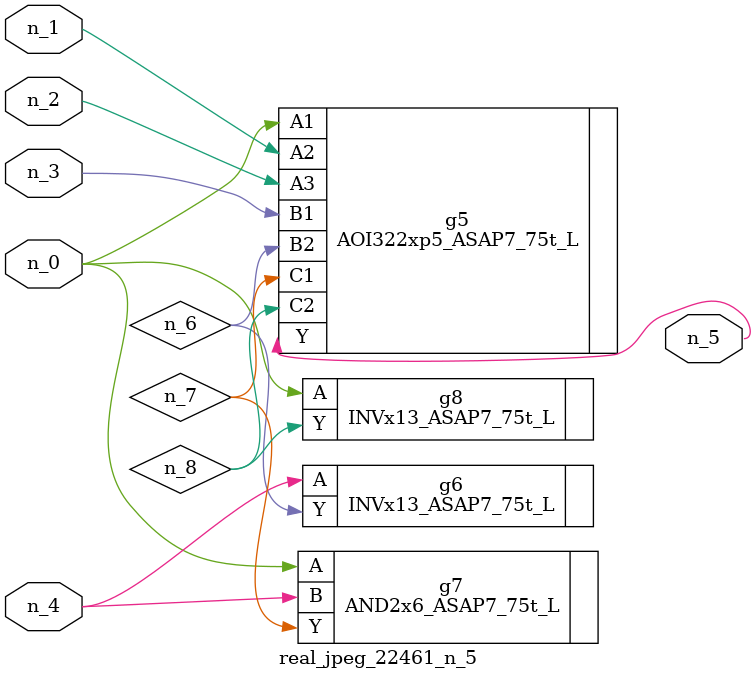
<source format=v>
module real_jpeg_22461_n_5 (n_4, n_0, n_1, n_2, n_3, n_5);

input n_4;
input n_0;
input n_1;
input n_2;
input n_3;

output n_5;

wire n_8;
wire n_6;
wire n_7;

AOI322xp5_ASAP7_75t_L g5 ( 
.A1(n_0),
.A2(n_1),
.A3(n_2),
.B1(n_3),
.B2(n_6),
.C1(n_7),
.C2(n_8),
.Y(n_5)
);

AND2x6_ASAP7_75t_L g7 ( 
.A(n_0),
.B(n_4),
.Y(n_7)
);

INVx13_ASAP7_75t_L g8 ( 
.A(n_0),
.Y(n_8)
);

INVx13_ASAP7_75t_L g6 ( 
.A(n_4),
.Y(n_6)
);


endmodule
</source>
